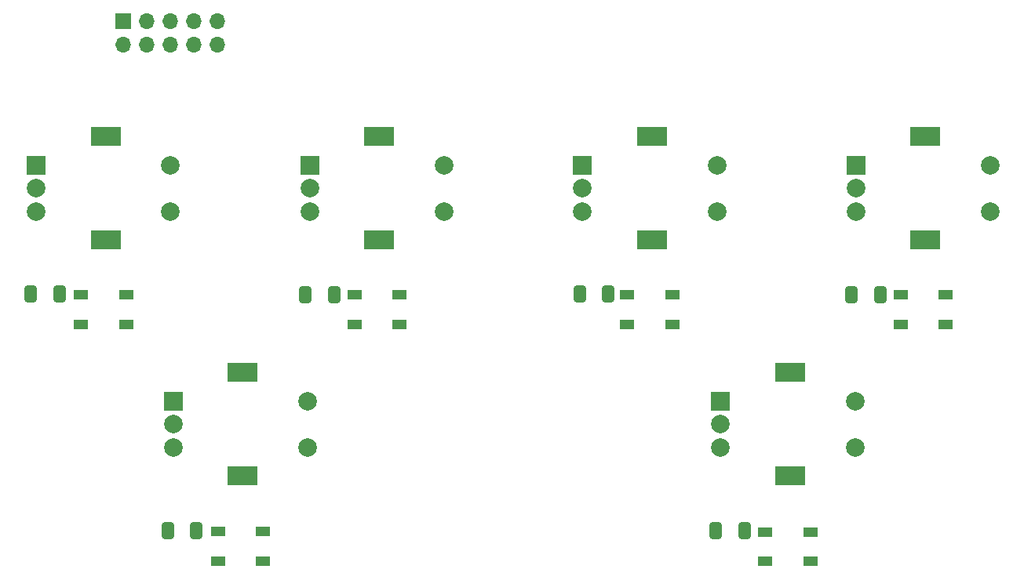
<source format=gts>
G04 #@! TF.GenerationSoftware,KiCad,Pcbnew,7.0.7*
G04 #@! TF.CreationDate,2024-03-19T10:03:33+01:00*
G04 #@! TF.ProjectId,Poly_UA_controller_6enc_4sw,506f6c79-5f55-4415-9f63-6f6e74726f6c,rev?*
G04 #@! TF.SameCoordinates,Original*
G04 #@! TF.FileFunction,Soldermask,Top*
G04 #@! TF.FilePolarity,Negative*
%FSLAX46Y46*%
G04 Gerber Fmt 4.6, Leading zero omitted, Abs format (unit mm)*
G04 Created by KiCad (PCBNEW 7.0.7) date 2024-03-19 10:03:33*
%MOMM*%
%LPD*%
G01*
G04 APERTURE LIST*
G04 Aperture macros list*
%AMRoundRect*
0 Rectangle with rounded corners*
0 $1 Rounding radius*
0 $2 $3 $4 $5 $6 $7 $8 $9 X,Y pos of 4 corners*
0 Add a 4 corners polygon primitive as box body*
4,1,4,$2,$3,$4,$5,$6,$7,$8,$9,$2,$3,0*
0 Add four circle primitives for the rounded corners*
1,1,$1+$1,$2,$3*
1,1,$1+$1,$4,$5*
1,1,$1+$1,$6,$7*
1,1,$1+$1,$8,$9*
0 Add four rect primitives between the rounded corners*
20,1,$1+$1,$2,$3,$4,$5,0*
20,1,$1+$1,$4,$5,$6,$7,0*
20,1,$1+$1,$6,$7,$8,$9,0*
20,1,$1+$1,$8,$9,$2,$3,0*%
G04 Aperture macros list end*
%ADD10R,2.000000X2.000000*%
%ADD11C,2.000000*%
%ADD12R,3.200000X2.000000*%
%ADD13R,1.700000X1.700000*%
%ADD14O,1.700000X1.700000*%
%ADD15R,1.500000X1.000000*%
%ADD16RoundRect,0.250000X-0.412500X-0.650000X0.412500X-0.650000X0.412500X0.650000X-0.412500X0.650000X0*%
G04 APERTURE END LIST*
D10*
X166663800Y-89752800D03*
D11*
X166663800Y-94752800D03*
X166663800Y-92252800D03*
D12*
X174163800Y-97852800D03*
X174163800Y-86652800D03*
D11*
X181163800Y-94752800D03*
X181163800Y-89752800D03*
D10*
X107608800Y-89752800D03*
D11*
X107608800Y-94752800D03*
X107608800Y-92252800D03*
D12*
X115108800Y-97852800D03*
X115108800Y-86652800D03*
D11*
X122108800Y-94752800D03*
X122108800Y-89752800D03*
D10*
X181268800Y-64276600D03*
D11*
X181268800Y-69276600D03*
X181268800Y-66776600D03*
D12*
X188768800Y-72376600D03*
X188768800Y-61176600D03*
D11*
X195768800Y-69276600D03*
X195768800Y-64276600D03*
X166254000Y-64276600D03*
X166254000Y-69276600D03*
D12*
X159254000Y-61176600D03*
X159254000Y-72376600D03*
D11*
X151754000Y-66776600D03*
X151754000Y-69276600D03*
D10*
X151754000Y-64276600D03*
X122340800Y-64276600D03*
D11*
X122340800Y-69276600D03*
X122340800Y-66776600D03*
D12*
X129840800Y-72376600D03*
X129840800Y-61176600D03*
D11*
X136840800Y-69276600D03*
X136840800Y-64276600D03*
D10*
X92800600Y-64276600D03*
D11*
X92800600Y-69276600D03*
X92800600Y-66776600D03*
D12*
X100300600Y-72376600D03*
X100300600Y-61176600D03*
D11*
X107300600Y-69276600D03*
X107300600Y-64276600D03*
D13*
X102158800Y-48717200D03*
D14*
X102158800Y-51257200D03*
X104698800Y-48717200D03*
X104698800Y-51257200D03*
X107238800Y-48717200D03*
X107238800Y-51257200D03*
X109778800Y-48717200D03*
X109778800Y-51257200D03*
X112318800Y-48717200D03*
X112318800Y-51257200D03*
D15*
X176363800Y-107086400D03*
X176363800Y-103886400D03*
X171463800Y-103886400D03*
X171463800Y-107086400D03*
X117308800Y-107035400D03*
X117308800Y-103835400D03*
X112408800Y-103835400D03*
X112408800Y-107035400D03*
X190968800Y-81483000D03*
X190968800Y-78283000D03*
X186068800Y-78283000D03*
X186068800Y-81483000D03*
X161454000Y-81483000D03*
X161454000Y-78283000D03*
X156554000Y-78283000D03*
X156554000Y-81483000D03*
X132040800Y-81483000D03*
X132040800Y-78283000D03*
X127140800Y-78283000D03*
X127140800Y-81483000D03*
X102500600Y-81483000D03*
X102500600Y-78283000D03*
X97600600Y-78283000D03*
X97600600Y-81483000D03*
D16*
X166089800Y-103733600D03*
X169214800Y-103733600D03*
X106984000Y-103784400D03*
X110109000Y-103784400D03*
X180745600Y-78232000D03*
X183870600Y-78232000D03*
X151434000Y-78206600D03*
X154559000Y-78206600D03*
X121817600Y-78232000D03*
X124942600Y-78232000D03*
X92201200Y-78155800D03*
X95326200Y-78155800D03*
M02*

</source>
